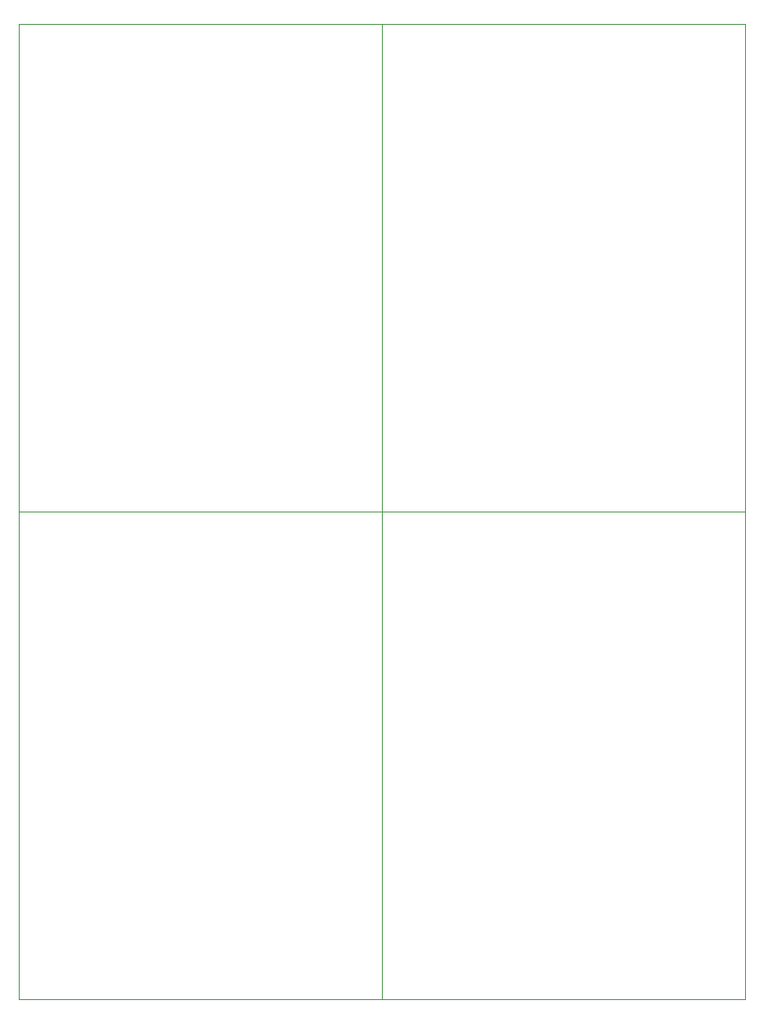
<source format=gbr>
G04 #@! TF.GenerationSoftware,KiCad,Pcbnew,5.1.5+dfsg1-2build2*
G04 #@! TF.CreationDate,2021-10-04T21:44:55-05:00*
G04 #@! TF.ProjectId,,58585858-5858-4585-9858-585858585858,rev?*
G04 #@! TF.SameCoordinates,Original*
G04 #@! TF.FileFunction,Profile,NP*
%FSLAX46Y46*%
G04 Gerber Fmt 4.6, Leading zero omitted, Abs format (unit mm)*
G04 Created by KiCad (PCBNEW 5.1.5+dfsg1-2build2) date 2021-10-04 21:44:55*
%MOMM*%
%LPD*%
G04 APERTURE LIST*
%ADD10C,0.050000*%
G04 APERTURE END LIST*
D10*
X191939000Y-79172000D02*
X191939000Y-127432000D01*
X155939000Y-79172000D02*
X155939000Y-127432000D01*
X191939000Y-30912000D02*
X191939000Y-79172000D01*
X155939000Y-127432000D02*
X191939000Y-127432000D01*
X119939000Y-127432000D02*
X155939000Y-127432000D01*
X155939000Y-79172000D02*
X191939000Y-79172000D01*
X155939000Y-79172000D02*
X155939000Y-127432000D01*
X119939000Y-79172000D02*
X119939000Y-127432000D01*
X155939000Y-30912000D02*
X155939000Y-79172000D01*
X155939000Y-79172000D02*
X191939000Y-79172000D01*
X119939000Y-79172000D02*
X155939000Y-79172000D01*
X155939000Y-30912000D02*
X191939000Y-30912000D01*
X155939000Y-30912000D02*
X155939000Y-79172000D01*
X119939000Y-79172000D02*
X155939000Y-79172000D01*
X119939000Y-30912000D02*
X119939000Y-79172000D01*
X119939000Y-30912000D02*
X155939000Y-30912000D01*
M02*

</source>
